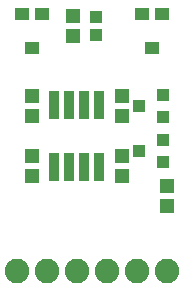
<source format=gbr>
G04 EAGLE Gerber RS-274X export*
G75*
%MOMM*%
%FSLAX34Y34*%
%LPD*%
%INSoldermask Top*%
%IPPOS*%
%AMOC8*
5,1,8,0,0,1.08239X$1,22.5*%
G01*
%ADD10R,0.812800X2.413000*%
%ADD11R,1.203200X1.303200*%
%ADD12R,1.203200X1.103200*%
%ADD13R,1.303200X1.103200*%
%ADD14R,1.003200X1.003200*%
%ADD15C,2.082800*%
%ADD16R,1.103200X1.003200*%


D10*
X44450Y100838D03*
X57150Y100838D03*
X69850Y100838D03*
X82550Y100838D03*
X82550Y153162D03*
X69850Y153162D03*
X57150Y153162D03*
X44450Y153162D03*
D11*
X25400Y143900D03*
X25400Y160900D03*
D12*
X135500Y230400D03*
X118500Y230400D03*
D13*
X127000Y201400D03*
D12*
X33900Y230400D03*
X16900Y230400D03*
D13*
X25400Y201400D03*
D14*
X80000Y227500D03*
X80000Y212500D03*
D15*
X12700Y12700D03*
X38100Y12700D03*
X63500Y12700D03*
X88900Y12700D03*
X114300Y12700D03*
X139700Y12700D03*
D11*
X25400Y110100D03*
X25400Y93100D03*
X101600Y160900D03*
X101600Y143900D03*
D16*
X116000Y114300D03*
X137000Y123800D03*
X137000Y104800D03*
D11*
X139700Y84700D03*
X139700Y67700D03*
X60000Y211500D03*
X60000Y228500D03*
D16*
X116000Y152400D03*
X137000Y161900D03*
X137000Y142900D03*
D11*
X101600Y93100D03*
X101600Y110100D03*
M02*

</source>
